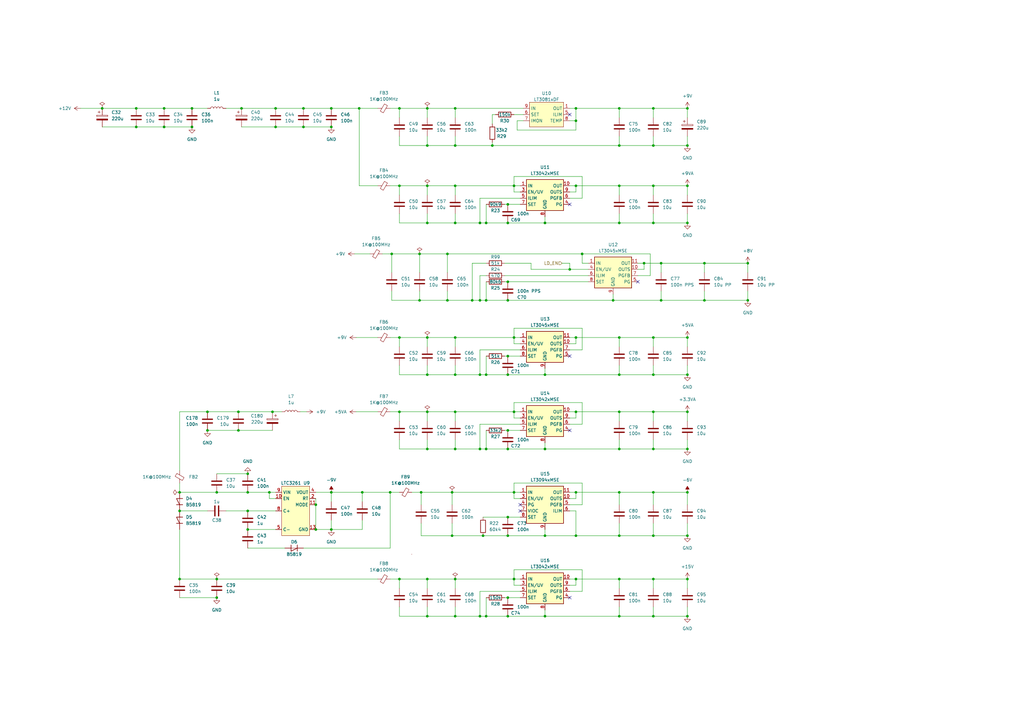
<source format=kicad_sch>
(kicad_sch (version 20230121) (generator eeschema)
  (paper "A3")
  (title_block (title "Kirdy") (date "2022-07-03") (rev "r0.1") (company "M-Labs") (comment 1 "Alex Wong Tat Hang"))
  (junction (at 175.26 237.49))
  (junction (at 223.52 184.15))
  (junction (at 236.22 76.2))
  (junction (at 210.82 201.93))
  (junction (at 78.74 44.45))
  (junction (at 210.82 76.2))
  (junction (at 236.22 168.91))
  (junction (at 185.42 219.71))
  (junction (at 101.6 217.17))
  (junction (at 254 184.15))
  (junction (at 208.28 245.11))
  (junction (at 185.42 201.93))
  (junction (at 208.28 176.53))
  (junction (at 135.89 217.17))
  (junction (at 147.32 44.45))
  (junction (at 193.675 123.19))
  (junction (at 210.82 138.43))
  (junction (at 254 91.44))
  (junction (at 236.22 49.53))
  (junction (at 208.28 252.73))
  (junction (at 196.85 184.15))
  (junction (at 88.9 237.49))
  (junction (at 199.39 252.73))
  (junction (at 186.69 138.43))
  (junction (at 208.28 184.15))
  (junction (at 78.74 52.07))
  (junction (at 254 44.45))
  (junction (at 238.76 104.14))
  (junction (at 267.97 76.2))
  (junction (at 199.39 153.67))
  (junction (at 254 237.49))
  (junction (at 111.76 168.91))
  (junction (at 163.83 76.2))
  (junction (at 306.705 107.95))
  (junction (at 99.06 44.45))
  (junction (at 67.31 52.07))
  (junction (at 175.26 59.69))
  (junction (at 267.97 201.93))
  (junction (at 113.03 52.07))
  (junction (at 175.26 153.67))
  (junction (at 175.26 91.44))
  (junction (at 41.91 44.45))
  (junction (at 281.94 138.43))
  (junction (at 267.97 138.43))
  (junction (at 172.085 104.14))
  (junction (at 85.09 168.91))
  (junction (at 196.85 91.44))
  (junction (at 199.39 123.19))
  (junction (at 267.97 252.73))
  (junction (at 281.94 237.49))
  (junction (at 186.69 252.73))
  (junction (at 208.28 123.19))
  (junction (at 254 219.71))
  (junction (at 97.79 168.91))
  (junction (at 148.59 201.93))
  (junction (at 223.52 153.67))
  (junction (at 223.52 91.44))
  (junction (at 236.22 44.45))
  (junction (at 101.6 209.55))
  (junction (at 281.94 76.2))
  (junction (at 281.94 201.93))
  (junction (at 281.94 168.91))
  (junction (at 183.515 104.14))
  (junction (at 306.705 123.19))
  (junction (at 281.94 44.45))
  (junction (at 186.69 237.49))
  (junction (at 186.69 184.15))
  (junction (at 163.83 168.91))
  (junction (at 236.22 219.71))
  (junction (at 254 168.91))
  (junction (at 281.94 252.73))
  (junction (at 251.46 123.19))
  (junction (at 186.69 76.2))
  (junction (at 198.12 219.71))
  (junction (at 281.94 184.15))
  (junction (at 267.97 44.45))
  (junction (at 135.89 201.93))
  (junction (at 233.68 110.49))
  (junction (at 186.69 91.44))
  (junction (at 267.97 168.91))
  (junction (at 175.26 168.91))
  (junction (at 281.94 219.71))
  (junction (at 160.02 201.93))
  (junction (at 186.69 59.69))
  (junction (at 208.28 83.82))
  (junction (at 135.89 52.07))
  (junction (at 236.22 201.93))
  (junction (at 113.03 44.45))
  (junction (at 254 153.67))
  (junction (at 254 138.43))
  (junction (at 210.82 168.91))
  (junction (at 281.94 91.44))
  (junction (at 254 59.69))
  (junction (at 267.97 184.15))
  (junction (at 288.925 123.19))
  (junction (at 254 76.2))
  (junction (at 101.6 201.93))
  (junction (at 163.83 138.43))
  (junction (at 183.515 123.19))
  (junction (at 175.26 252.73))
  (junction (at 135.89 44.45))
  (junction (at 196.85 123.19))
  (junction (at 208.28 91.44))
  (junction (at 172.72 201.93))
  (junction (at 208.28 153.67))
  (junction (at 73.66 209.55))
  (junction (at 201.93 59.69))
  (junction (at 267.97 237.49))
  (junction (at 208.28 212.09))
  (junction (at 196.85 252.73))
  (junction (at 124.46 52.07))
  (junction (at 175.26 184.15))
  (junction (at 160.655 104.14))
  (junction (at 186.69 153.67))
  (junction (at 88.9 201.93))
  (junction (at 254 201.93))
  (junction (at 85.09 176.53))
  (junction (at 110.49 201.93))
  (junction (at 208.28 115.57))
  (junction (at 264.16 107.95))
  (junction (at 267.97 219.71))
  (junction (at 208.28 146.05))
  (junction (at 223.52 252.73))
  (junction (at 73.66 201.93))
  (junction (at 172.085 123.19))
  (junction (at 281.94 59.69))
  (junction (at 97.79 176.53))
  (junction (at 267.97 59.69))
  (junction (at 55.88 52.07))
  (junction (at 236.22 237.49))
  (junction (at 281.94 153.67))
  (junction (at 223.52 219.71))
  (junction (at 208.28 219.71))
  (junction (at 288.925 107.95))
  (junction (at 175.26 76.2))
  (junction (at 175.26 138.43))
  (junction (at 163.83 44.45))
  (junction (at 199.39 184.15))
  (junction (at 101.6 194.31))
  (junction (at 88.9 245.11))
  (junction (at 267.97 91.44))
  (junction (at 271.145 123.19))
  (junction (at 175.26 44.45))
  (junction (at 210.82 237.49))
  (junction (at 254 252.73))
  (junction (at 73.66 237.49))
  (junction (at 163.83 237.49))
  (junction (at 186.69 168.91))
  (junction (at 129.54 207.01))
  (junction (at 67.31 44.45))
  (junction (at 267.97 153.67))
  (junction (at 124.46 44.45))
  (junction (at 55.88 44.45))
  (junction (at 186.69 44.45))
  (junction (at 271.145 107.95))
  (junction (at 129.54 217.17))
  (junction (at 236.22 138.43))
  (junction (at 199.39 91.44))
  (junction (at 196.85 153.67))
  (no_connect (at 233.68 176.53))
  (no_connect (at 233.68 245.11))
  (no_connect (at 261.62 115.57))
  (no_connect (at 233.68 46.99))
  (no_connect (at 213.36 209.55))
  (no_connect (at 213.36 207.01))
  (no_connect (at 233.68 83.82))
  (no_connect (at 233.68 146.05))
  (wire (pts (xy 88.9 201.93) (xy 101.6 201.93)))
  (wire (pts (xy 207.01 176.53) (xy 208.28 176.53)))
  (wire (pts (xy 267.97 214.63) (xy 267.97 219.71)))
  (wire (pts (xy 267.97 153.67) (xy 267.97 149.86)))
  (wire (pts (xy 196.85 81.28) (xy 196.85 91.44)))
  (wire (pts (xy 175.26 241.3) (xy 175.26 237.49)))
  (wire (pts (xy 160.02 237.49) (xy 163.83 237.49)))
  (wire (pts (xy 254 237.49) (xy 254 241.3)))
  (wire (pts (xy 233.68 140.97) (xy 236.22 140.97)))
  (wire (pts (xy 148.59 201.93) (xy 148.59 205.74)))
  (wire (pts (xy 281.94 252.73) (xy 281.94 248.92)))
  (wire (pts (xy 271.145 107.95) (xy 271.145 111.76)))
  (wire (pts (xy 135.89 213.36) (xy 135.89 217.17)))
  (wire (pts (xy 163.83 252.73) (xy 163.83 248.92)))
  (wire (pts (xy 208.28 176.53) (xy 213.36 176.53)))
  (wire (pts (xy 124.46 44.45) (xy 135.89 44.45)))
  (wire (pts (xy 135.89 217.17) (xy 129.54 217.17)))
  (wire (pts (xy 201.93 58.42) (xy 201.93 59.69)))
  (wire (pts (xy 196.85 91.44) (xy 199.39 91.44)))
  (wire (pts (xy 288.925 107.95) (xy 288.925 111.76)))
  (wire (pts (xy 267.97 252.73) (xy 281.94 252.73)))
  (wire (pts (xy 156.845 104.14) (xy 160.655 104.14)))
  (wire (pts (xy 186.69 172.72) (xy 186.69 168.91)))
  (wire (pts (xy 196.85 113.03) (xy 199.39 113.03)))
  (wire (pts (xy 236.22 219.71) (xy 223.52 219.71)))
  (wire (pts (xy 172.085 123.19) (xy 183.515 123.19)))
  (wire (pts (xy 175.26 252.73) (xy 175.26 248.92)))
  (wire (pts (xy 183.515 123.19) (xy 193.675 123.19)))
  (wire (pts (xy 185.42 219.71) (xy 198.12 219.71)))
  (wire (pts (xy 201.93 50.8) (xy 201.93 46.99)))
  (wire (pts (xy 267.97 153.67) (xy 281.94 153.67)))
  (wire (pts (xy 85.09 176.53) (xy 97.79 176.53)))
  (wire (pts (xy 207.01 115.57) (xy 208.28 115.57)))
  (wire (pts (xy 172.085 123.19) (xy 172.085 119.38)))
  (wire (pts (xy 210.82 76.2) (xy 213.36 76.2)))
  (wire (pts (xy 85.09 168.91) (xy 97.79 168.91)))
  (wire (pts (xy 163.83 59.69) (xy 175.26 59.69)))
  (wire (pts (xy 210.82 237.49) (xy 213.36 237.49)))
  (wire (pts (xy 254 219.71) (xy 254 214.63)))
  (wire (pts (xy 199.39 184.15) (xy 208.28 184.15)))
  (wire (pts (xy 129.54 201.93) (xy 135.89 201.93)))
  (wire (pts (xy 175.26 142.24) (xy 175.26 138.43)))
  (wire (pts (xy 199.39 252.73) (xy 208.28 252.73)))
  (wire (pts (xy 186.69 80.01) (xy 186.69 76.2)))
  (wire (pts (xy 199.39 245.11) (xy 199.39 252.73)))
  (wire (pts (xy 172.72 214.63) (xy 172.72 219.71)))
  (wire (pts (xy 92.71 209.55) (xy 101.6 209.55)))
  (wire (pts (xy 183.515 104.14) (xy 238.76 104.14)))
  (wire (pts (xy 208.28 184.15) (xy 223.52 184.15)))
  (wire (pts (xy 175.26 184.15) (xy 186.69 184.15)))
  (wire (pts (xy 208.28 91.44) (xy 223.52 91.44)))
  (wire (pts (xy 213.36 204.47) (xy 210.82 204.47)))
  (wire (pts (xy 135.89 44.45) (xy 147.32 44.45)))
  (wire (pts (xy 254 219.71) (xy 267.97 219.71)))
  (wire (pts (xy 208.28 115.57) (xy 241.3 115.57)))
  (wire (pts (xy 163.83 252.73) (xy 175.26 252.73)))
  (wire (pts (xy 185.42 201.93) (xy 210.82 201.93)))
  (wire (pts (xy 186.69 168.91) (xy 210.82 168.91)))
  (wire (pts (xy 199.39 115.57) (xy 199.39 123.19)))
  (wire (pts (xy 175.26 76.2) (xy 186.69 76.2)))
  (wire (pts (xy 186.69 91.44) (xy 186.69 87.63)))
  (wire (pts (xy 199.39 146.05) (xy 199.39 153.67)))
  (wire (pts (xy 254 153.67) (xy 254 149.86)))
  (wire (pts (xy 238.76 134.62) (xy 210.82 134.62)))
  (wire (pts (xy 199.39 153.67) (xy 208.28 153.67)))
  (wire (pts (xy 172.72 219.71) (xy 185.42 219.71)))
  (wire (pts (xy 223.52 91.44) (xy 254 91.44)))
  (wire (pts (xy 236.22 240.03) (xy 236.22 237.49)))
  (wire (pts (xy 101.6 224.79) (xy 116.84 224.79)))
  (wire (pts (xy 198.12 219.71) (xy 208.28 219.71)))
  (wire (pts (xy 254 184.15) (xy 254 180.34)))
  (wire (pts (xy 210.82 140.97) (xy 210.82 138.43)))
  (wire (pts (xy 55.88 52.07) (xy 67.31 52.07)))
  (wire (pts (xy 196.85 81.28) (xy 213.36 81.28)))
  (wire (pts (xy 267.97 59.69) (xy 254 59.69)))
  (wire (pts (xy 212.09 49.53) (xy 214.63 49.53)))
  (wire (pts (xy 271.145 107.95) (xy 288.925 107.95)))
  (wire (pts (xy 267.97 91.44) (xy 267.97 87.63)))
  (wire (pts (xy 223.52 250.19) (xy 223.52 252.73)))
  (wire (pts (xy 271.145 123.19) (xy 271.145 119.38)))
  (wire (pts (xy 254 201.93) (xy 267.97 201.93)))
  (wire (pts (xy 186.69 44.45) (xy 214.63 44.45)))
  (wire (pts (xy 196.85 173.99) (xy 213.36 173.99)))
  (wire (pts (xy 175.26 184.15) (xy 175.26 180.34)))
  (wire (pts (xy 261.62 113.03) (xy 266.7 113.03)))
  (wire (pts (xy 238.76 107.95) (xy 241.3 107.95)))
  (wire (pts (xy 186.69 241.3) (xy 186.69 237.49)))
  (wire (pts (xy 254 237.49) (xy 267.97 237.49)))
  (wire (pts (xy 146.05 168.91) (xy 154.94 168.91)))
  (wire (pts (xy 236.22 237.49) (xy 254 237.49)))
  (wire (pts (xy 210.82 201.93) (xy 213.36 201.93)))
  (wire (pts (xy 236.22 44.45) (xy 236.22 49.53)))
  (wire (pts (xy 207.01 245.11) (xy 208.28 245.11)))
  (wire (pts (xy 210.82 78.74) (xy 210.82 76.2)))
  (wire (pts (xy 196.85 252.73) (xy 199.39 252.73)))
  (wire (pts (xy 186.69 153.67) (xy 196.85 153.67)))
  (wire (pts (xy 236.22 219.71) (xy 254 219.71)))
  (wire (pts (xy 210.82 138.43) (xy 213.36 138.43)))
  (wire (pts (xy 73.66 198.12) (xy 73.66 201.93)))
  (wire (pts (xy 238.76 173.99) (xy 238.76 165.1)))
  (wire (pts (xy 175.26 172.72) (xy 175.26 168.91)))
  (wire (pts (xy 113.03 52.07) (xy 124.46 52.07)))
  (wire (pts (xy 73.66 237.49) (xy 73.66 217.17)))
  (wire (pts (xy 238.76 165.1) (xy 210.82 165.1)))
  (wire (pts (xy 208.28 123.19) (xy 251.46 123.19)))
  (wire (pts (xy 199.39 107.95) (xy 193.675 107.95)))
  (wire (pts (xy 113.03 44.45) (xy 124.46 44.45)))
  (wire (pts (xy 281.94 76.2) (xy 281.94 80.01)))
  (wire (pts (xy 163.83 172.72) (xy 163.83 168.91)))
  (wire (pts (xy 281.94 184.15) (xy 281.94 180.34)))
  (wire (pts (xy 201.93 46.99) (xy 203.2 46.99)))
  (wire (pts (xy 266.7 104.14) (xy 238.76 104.14)))
  (wire (pts (xy 210.82 240.03) (xy 210.82 237.49)))
  (wire (pts (xy 281.94 168.91) (xy 281.94 172.72)))
  (wire (pts (xy 160.655 104.14) (xy 172.085 104.14)))
  (wire (pts (xy 233.68 143.51) (xy 238.76 143.51)))
  (wire (pts (xy 254 48.26) (xy 254 44.45)))
  (wire (pts (xy 196.85 113.03) (xy 196.85 123.19)))
  (wire (pts (xy 236.22 201.93) (xy 254 201.93)))
  (wire (pts (xy 73.66 237.49) (xy 88.9 237.49)))
  (wire (pts (xy 175.26 168.91) (xy 186.69 168.91)))
  (wire (pts (xy 233.68 240.03) (xy 236.22 240.03)))
  (wire (pts (xy 201.93 59.69) (xy 254 59.69)))
  (wire (pts (xy 175.26 44.45) (xy 186.69 44.45)))
  (wire (pts (xy 160.02 44.45) (xy 163.83 44.45)))
  (wire (pts (xy 124.46 52.07) (xy 135.89 52.07)))
  (wire (pts (xy 236.22 138.43) (xy 254 138.43)))
  (wire (pts (xy 110.49 201.93) (xy 113.03 201.93)))
  (wire (pts (xy 233.68 173.99) (xy 238.76 173.99)))
  (wire (pts (xy 217.805 107.95) (xy 217.805 110.49)))
  (wire (pts (xy 210.82 134.62) (xy 210.82 138.43)))
  (wire (pts (xy 267.97 76.2) (xy 267.97 80.01)))
  (wire (pts (xy 267.97 138.43) (xy 281.94 138.43)))
  (wire (pts (xy 254 44.45) (xy 267.97 44.45)))
  (wire (pts (xy 254 91.44) (xy 267.97 91.44)))
  (wire (pts (xy 288.925 123.19) (xy 288.925 119.38)))
  (wire (pts (xy 266.7 113.03) (xy 266.7 104.14)))
  (wire (pts (xy 223.52 151.13) (xy 223.52 153.67)))
  (wire (pts (xy 233.68 110.49) (xy 241.3 110.49)))
  (wire (pts (xy 233.68 138.43) (xy 236.22 138.43)))
  (wire (pts (xy 163.83 59.69) (xy 163.83 55.88)))
  (wire (pts (xy 233.68 81.28) (xy 238.76 81.28)))
  (wire (pts (xy 196.85 153.67) (xy 199.39 153.67)))
  (wire (pts (xy 160.655 123.19) (xy 172.085 123.19)))
  (wire (pts (xy 223.52 181.61) (xy 223.52 184.15)))
  (wire (pts (xy 113.03 204.47) (xy 110.49 204.47)))
  (wire (pts (xy 73.66 245.11) (xy 88.9 245.11)))
  (wire (pts (xy 186.69 59.69) (xy 201.93 59.69)))
  (wire (pts (xy 186.69 153.67) (xy 186.69 149.86)))
  (wire (pts (xy 183.515 123.19) (xy 183.515 119.38)))
  (wire (pts (xy 233.68 76.2) (xy 236.22 76.2)))
  (wire (pts (xy 185.42 214.63) (xy 185.42 219.71)))
  (wire (pts (xy 208.28 252.73) (xy 223.52 252.73)))
  (wire (pts (xy 175.26 252.73) (xy 186.69 252.73)))
  (wire (pts (xy 168.91 201.93) (xy 172.72 201.93)))
  (wire (pts (xy 186.69 48.26) (xy 186.69 44.45)))
  (wire (pts (xy 135.89 201.93) (xy 148.59 201.93)))
  (wire (pts (xy 115.57 168.91) (xy 111.76 168.91)))
  (wire (pts (xy 123.19 168.91) (xy 125.73 168.91)))
  (wire (pts (xy 267.97 44.45) (xy 281.94 44.45)))
  (wire (pts (xy 199.39 176.53) (xy 199.39 184.15)))
  (wire (pts (xy 254 168.91) (xy 254 172.72)))
  (wire (pts (xy 254 201.93) (xy 254 207.01)))
  (wire (pts (xy 185.42 201.93) (xy 185.42 207.01)))
  (wire (pts (xy 135.89 201.93) (xy 135.89 205.74)))
  (wire (pts (xy 213.36 78.74) (xy 210.82 78.74)))
  (wire (pts (xy 267.97 48.26) (xy 267.97 44.45)))
  (wire (pts (xy 163.83 237.49) (xy 175.26 237.49)))
  (wire (pts (xy 196.85 143.51) (xy 213.36 143.51)))
  (wire (pts (xy 186.69 252.73) (xy 186.69 248.92)))
  (wire (pts (xy 175.26 153.67) (xy 175.26 149.86)))
  (wire (pts (xy 233.68 168.91) (xy 236.22 168.91)))
  (wire (pts (xy 212.09 49.53) (xy 212.09 53.34)))
  (wire (pts (xy 186.69 138.43) (xy 210.82 138.43)))
  (wire (pts (xy 236.22 49.53) (xy 233.68 49.53)))
  (wire (pts (xy 271.145 123.19) (xy 288.925 123.19)))
  (wire (pts (xy 233.68 171.45) (xy 236.22 171.45)))
  (wire (pts (xy 254 91.44) (xy 254 87.63)))
  (wire (pts (xy 238.76 81.28) (xy 238.76 72.39)))
  (wire (pts (xy 213.36 240.03) (xy 210.82 240.03)))
  (wire (pts (xy 236.22 209.55) (xy 236.22 219.71)))
  (wire (pts (xy 163.83 80.01) (xy 163.83 76.2)))
  (wire (pts (xy 254 153.67) (xy 267.97 153.67)))
  (wire (pts (xy 101.6 217.17) (xy 113.03 217.17)))
  (wire (pts (xy 163.83 241.3) (xy 163.83 237.49)))
  (wire (pts (xy 233.68 242.57) (xy 238.76 242.57)))
  (wire (pts (xy 236.22 168.91) (xy 254 168.91)))
  (wire (pts (xy 223.52 219.71) (xy 223.52 217.17)))
  (wire (pts (xy 160.02 224.79) (xy 160.02 201.93)))
  (wire (pts (xy 163.83 48.26) (xy 163.83 44.45)))
  (wire (pts (xy 236.22 53.34) (xy 236.22 49.53)))
  (wire (pts (xy 78.74 44.45) (xy 85.09 44.45)))
  (wire (pts (xy 267.97 201.93) (xy 281.94 201.93)))
  (wire (pts (xy 148.59 217.17) (xy 135.89 217.17)))
  (wire (pts (xy 92.71 44.45) (xy 99.06 44.45)))
  (wire (pts (xy 281.94 44.45) (xy 281.94 48.26)))
  (wire (pts (xy 175.26 48.26) (xy 175.26 44.45)))
  (wire (pts (xy 163.83 153.67) (xy 175.26 153.67)))
  (wire (pts (xy 175.26 153.67) (xy 186.69 153.67)))
  (wire (pts (xy 160.02 201.93) (xy 163.83 201.93)))
  (wire (pts (xy 267.97 237.49) (xy 281.94 237.49)))
  (wire (pts (xy 172.085 111.76) (xy 172.085 104.14)))
  (wire (pts (xy 207.01 107.95) (xy 217.805 107.95)))
  (wire (pts (xy 110.49 204.47) (xy 110.49 201.93)))
  (wire (pts (xy 175.26 59.69) (xy 175.26 55.88)))
  (wire (pts (xy 210.82 168.91) (xy 213.36 168.91)))
  (wire (pts (xy 267.97 201.93) (xy 267.97 207.01)))
  (wire (pts (xy 198.12 212.09) (xy 208.28 212.09)))
  (wire (pts (xy 254 252.73) (xy 254 248.92)))
  (wire (pts (xy 233.68 78.74) (xy 236.22 78.74)))
  (wire (pts (xy 172.72 201.93) (xy 172.72 207.01)))
  (wire (pts (xy 33.02 44.45) (xy 41.91 44.45)))
  (wire (pts (xy 238.76 72.39) (xy 210.82 72.39)))
  (wire (pts (xy 199.39 123.19) (xy 208.28 123.19)))
  (wire (pts (xy 254 252.73) (xy 267.97 252.73)))
  (wire (pts (xy 264.16 107.95) (xy 271.145 107.95)))
  (wire (pts (xy 236.22 140.97) (xy 236.22 138.43)))
  (wire (pts (xy 129.54 207.01) (xy 129.54 217.17)))
  (wire (pts (xy 267.97 252.73) (xy 267.97 248.92)))
  (wire (pts (xy 261.62 110.49) (xy 264.16 110.49)))
  (wire (pts (xy 41.91 44.45) (xy 55.88 44.45)))
  (wire (pts (xy 186.69 59.69) (xy 186.69 55.88)))
  (wire (pts (xy 163.83 76.2) (xy 175.26 76.2)))
  (wire (pts (xy 154.94 76.2) (xy 147.32 76.2)))
  (wire (pts (xy 254 55.88) (xy 254 59.69)))
  (wire (pts (xy 163.83 153.67) (xy 163.83 149.86)))
  (wire (pts (xy 288.925 123.19) (xy 306.705 123.19)))
  (wire (pts (xy 172.085 104.14) (xy 183.515 104.14)))
  (wire (pts (xy 196.85 242.57) (xy 196.85 252.73)))
  (wire (pts (xy 267.97 91.44) (xy 281.94 91.44)))
  (wire (pts (xy 73.66 209.55) (xy 85.09 209.55)))
  (wire (pts (xy 186.69 237.49) (xy 210.82 237.49)))
  (wire (pts (xy 101.6 201.93) (xy 110.49 201.93)))
  (wire (pts (xy 99.06 44.45) (xy 113.03 44.45)))
  (wire (pts (xy 186.69 184.15) (xy 186.69 180.34)))
  (wire (pts (xy 264.16 110.49) (xy 264.16 107.95)))
  (wire (pts (xy 73.66 168.91) (xy 73.66 193.04)))
  (wire (pts (xy 210.82 46.99) (xy 214.63 46.99)))
  (wire (pts (xy 147.32 44.45) (xy 147.32 76.2)))
  (wire (pts (xy 145.415 104.14) (xy 151.765 104.14)))
  (wire (pts (xy 175.26 91.44) (xy 186.69 91.44)))
  (wire (pts (xy 261.62 107.95) (xy 264.16 107.95)))
  (wire (pts (xy 210.82 72.39) (xy 210.82 76.2)))
  (wire (pts (xy 254 76.2) (xy 267.97 76.2)))
  (wire (pts (xy 233.68 237.49) (xy 236.22 237.49)))
  (wire (pts (xy 193.675 123.19) (xy 196.85 123.19)))
  (wire (pts (xy 196.85 123.19) (xy 199.39 123.19)))
  (wire (pts (xy 238.76 198.12) (xy 210.82 198.12)))
  (wire (pts (xy 233.68 44.45) (xy 236.22 44.45)))
  (wire (pts (xy 146.05 138.43) (xy 154.94 138.43)))
  (wire (pts (xy 196.85 143.51) (xy 196.85 153.67)))
  (wire (pts (xy 281.94 91.44) (xy 281.94 87.63)))
  (wire (pts (xy 41.91 52.07) (xy 55.88 52.07)))
  (wire (pts (xy 196.85 173.99) (xy 196.85 184.15)))
  (wire (pts (xy 281.94 138.43) (xy 281.94 142.24)))
  (wire (pts (xy 281.94 153.67) (xy 281.94 149.86)))
  (wire (pts (xy 233.68 204.47) (xy 236.22 204.47)))
  (wire (pts (xy 199.39 91.44) (xy 208.28 91.44)))
  (wire (pts (xy 230.505 107.95) (xy 233.68 107.95)))
  (wire (pts (xy 238.76 207.01) (xy 238.76 198.12)))
  (wire (pts (xy 163.83 168.91) (xy 175.26 168.91)))
  (wire (pts (xy 236.22 78.74) (xy 236.22 76.2)))
  (wire (pts (xy 207.01 146.05) (xy 208.28 146.05)))
  (wire (pts (xy 196.85 184.15) (xy 199.39 184.15)))
  (wire (pts (xy 233.68 107.95) (xy 233.68 110.49)))
  (wire (pts (xy 212.09 53.34) (xy 236.22 53.34)))
  (wire (pts (xy 196.85 242.57) (xy 213.36 242.57)))
  (wire (pts (xy 208.28 153.67) (xy 223.52 153.67)))
  (wire (pts (xy 210.82 171.45) (xy 210.82 168.91)))
  (wire (pts (xy 186.69 76.2) (xy 210.82 76.2)))
  (wire (pts (xy 210.82 198.12) (xy 210.82 201.93)))
  (wire (pts (xy 147.32 44.45) (xy 154.94 44.45)))
  (wire (pts (xy 213.36 140.97) (xy 210.82 140.97)))
  (wire (pts (xy 238.76 242.57) (xy 238.76 233.68)))
  (wire (pts (xy 88.9 194.31) (xy 101.6 194.31)))
  (wire (pts (xy 306.705 123.19) (xy 306.705 119.38)))
  (wire (pts (xy 267.97 168.91) (xy 267.97 172.72)))
  (wire (pts (xy 267.97 76.2) (xy 281.94 76.2)))
  (wire (pts (xy 186.69 142.24) (xy 186.69 138.43)))
  (wire (pts (xy 281.94 55.88) (xy 281.94 59.69)))
  (wire (pts (xy 67.31 52.07) (xy 78.74 52.07)))
  (wire (pts (xy 210.82 204.47) (xy 210.82 201.93)))
  (wire (pts (xy 238.76 233.68) (xy 210.82 233.68)))
  (wire (pts (xy 254 138.43) (xy 267.97 138.43)))
  (wire (pts (xy 251.46 120.65) (xy 251.46 123.19)))
  (wire (pts (xy 267.97 219.71) (xy 281.94 219.71)))
  (wire (pts (xy 208.28 245.11) (xy 213.36 245.11)))
  (wire (pts (xy 223.52 88.9) (xy 223.52 91.44)))
  (wire (pts (xy 73.66 168.91) (xy 85.09 168.91)))
  (wire (pts (xy 267.97 237.49) (xy 267.97 241.3)))
  (wire (pts (xy 254 184.15) (xy 267.97 184.15)))
  (wire (pts (xy 236.22 171.45) (xy 236.22 168.91)))
  (wire (pts (xy 210.82 233.68) (xy 210.82 237.49)))
  (wire (pts (xy 160.655 111.76) (xy 160.655 104.14)))
  (wire (pts (xy 55.88 44.45) (xy 67.31 44.45)))
  (wire (pts (xy 199.39 83.82) (xy 199.39 91.44)))
  (wire (pts (xy 160.02 168.91) (xy 163.83 168.91)))
  (wire (pts (xy 124.46 224.79) (xy 160.02 224.79)))
  (wire (pts (xy 254 138.43) (xy 254 142.24)))
  (wire (pts (xy 208.28 212.09) (xy 213.36 212.09)))
  (wire (pts (xy 210.82 165.1) (xy 210.82 168.91)))
  (wire (pts (xy 288.925 107.95) (xy 306.705 107.95)))
  (wire (pts (xy 160.02 76.2) (xy 163.83 76.2)))
  (wire (pts (xy 160.655 123.19) (xy 160.655 119.38)))
  (wire (pts (xy 67.31 44.45) (xy 78.74 44.45)))
  (wire (pts (xy 175.26 59.69) (xy 186.69 59.69)))
  (wire (pts (xy 163.83 184.15) (xy 175.26 184.15)))
  (wire (pts (xy 208.28 146.05) (xy 213.36 146.05)))
  (wire (pts (xy 175.26 237.49) (xy 186.69 237.49)))
  (wire (pts (xy 254 168.91) (xy 267.97 168.91)))
  (wire (pts (xy 111.76 168.91) (xy 97.79 168.91)))
  (wire (pts (xy 183.515 111.76) (xy 183.515 104.14)))
  (wire (pts (xy 160.02 201.93) (xy 148.59 201.93)))
  (wire (pts (xy 172.72 201.93) (xy 185.42 201.93)))
  (wire (pts (xy 175.26 91.44) (xy 175.26 87.63)))
  (wire (pts (xy 281.94 201.93) (xy 281.94 207.01)))
  (wire (pts (xy 99.06 52.07) (xy 113.03 52.07)))
  (wire (pts (xy 101.6 209.55) (xy 113.03 209.55)))
  (wire (pts (xy 223.52 153.67) (xy 254 153.67)))
  (wire (pts (xy 238.76 143.51) (xy 238.76 134.62)))
  (wire (pts (xy 73.66 201.93) (xy 88.9 201.93)))
  (wire (pts (xy 175.26 138.43) (xy 186.69 138.43)))
  (wire (pts (xy 267.97 168.91) (xy 281.94 168.91)))
  (wire (pts (xy 233.68 207.01) (xy 238.76 207.01)))
  (wire (pts (xy 163.83 91.44) (xy 175.26 91.44)))
  (wire (pts (xy 236.22 76.2) (xy 254 76.2)))
  (wire (pts (xy 236.22 204.47) (xy 236.22 201.93)))
  (wire (pts (xy 193.675 107.95) (xy 193.675 123.19)))
  (wire (pts (xy 236.22 44.45) (xy 254 44.45)))
  (wire (pts (xy 160.02 138.43) (xy 163.83 138.43)))
  (wire (pts (xy 208.28 219.71) (xy 223.52 219.71)))
  (wire (pts (xy 236.22 209.55) (xy 233.68 209.55)))
  (wire (pts (xy 111.76 176.53) (xy 97.79 176.53)))
  (wire (pts (xy 186.69 184.15) (xy 196.85 184.15)))
  (wire (pts (xy 267.97 184.15) (xy 267.97 180.34)))
  (wire (pts (xy 207.01 83.82) (xy 208.28 83.82)))
  (wire (pts (xy 267.97 138.43) (xy 267.97 142.24)))
  (wire (pts (xy 217.805 110.49) (xy 233.68 110.49)))
  (wire (pts (xy 213.36 171.45) (xy 210.82 171.45)))
  (wire (pts (xy 233.68 201.93) (xy 236.22 201.93)))
  (wire (pts (xy 254 76.2) (xy 254 80.01)))
  (wire (pts (xy 251.46 123.19) (xy 271.145 123.19)))
  (wire (pts (xy 163.83 44.45) (xy 175.26 44.45)))
  (wire (pts (xy 223.52 184.15) (xy 254 184.15)))
  (wire (pts (xy 163.83 138.43) (xy 175.26 138.43)))
  (wire (pts (xy 208.28 83.82) (xy 213.36 83.82)))
  (wire (pts (xy 186.69 91.44) (xy 196.85 91.44)))
  (wire (pts (xy 163.83 91.44) (xy 163.83 87.63)))
  (wire (pts (xy 306.705 107.95) (xy 306.705 111.76)))
  (wire (pts (xy 281.94 237.49) (xy 281.94 241.3)))
  (wire (pts (xy 148.59 213.36) (xy 148.59 217.17)))
  (wire (pts (xy 267.97 55.88) (xy 267.97 59.69)))
  (wire (pts (xy 129.54 204.47) (xy 129.54 207.01)))
  (wire (pts (xy 267.97 59.69) (xy 281.94 59.69)))
  (wire (pts (xy 223.52 252.73) (xy 254 252.73)))
  (wire (pts (xy 186.69 252.73) (xy 196.85 252.73)))
  (wire (pts (xy 267.97 184.15) (xy 281.94 184.15)))
  (wire (pts (xy 238.76 104.14) (xy 238.76 107.95)))
  (wire (pts (xy 281.94 214.63) (xy 281.94 219.71)))
  (wire (pts (xy 175.26 80.01) (xy 175.26 76.2)))
  (wire (pts (xy 163.83 184.15) (xy 163.83 180.34)))
  (wire (pts (xy 88.9 237.49) (xy 154.94 237.49)))
  (wire (pts (xy 207.01 113.03) (xy 241.3 113.03)))
  (wire (pts (xy 163.83 142.24) (xy 163.83 138.43)))
  (hierarchical_label "LD_EN" (shape input) (at 230.505 107.95 180))
  (symbol (lib_id "Device:R") (at 198.12 215.9 0) (unit 1)
    (property "Reference" "R22" (at 200.66 214.6299 0) (effects (justify left)))
    (property "Value" "60k4" (at 200.66 217.1699 0) (effects (justify left)))
    (property "Footprint" "Resistor_SMD:R_0603_1608Metric" (effects hide))
    (property "MFR_PN" "RT0603FRE0760K4L" (effects hide))
    (property "MFR_PN_ALT" "RC0603FR-0760K4L" (effects hide))
  )
  (symbol (lib_id "Device:C") (at 85.09 172.72 0) (mirror y) (unit 1)
    (property "Reference" "C178" (at 81.28 171.4499 0) (effects (justify left)))
    (property "Value" "100n" (at 81.28 173.9899 0) (effects (justify left)))
    (property "Footprint" "Capacitor_SMD:C_0603_1608Metric" (effects hide))
    (property "MFR_PN" "CL10B104KB8NNWC" (effects hide))
    (property "MFR_PN_ALT" "CL10B104KB8NNNL" (effects hide))
  )
  (symbol (lib_id "Device:C") (at 254 83.82 0) (unit 1)
    (property "Reference" "C76" (at 257.81 82.5499 0) (effects (justify left)))
    (property "Value" "100n" (at 257.81 85.0899 0) (effects (justify left)))
    (property "Footprint" "Capacitor_SMD:C_0603_1608Metric" (effects hide))
    (property "MFR_PN" "CL10B104KB8NNWC" (effects hide))
    (property "MFR_PN_ALT" "CL10B104KB8NNNL" (effects hide))
  )
  (symbol (lib_id "power:+5VA") (at 281.94 138.43 0) (unit 1)
    (property "Reference" "#PWR074" (effects hide))
    (property "Value" "+5VA" (at 281.94 133.35 0))
  )
  (symbol (lib_id "Device:C") (at 101.6 213.36 0) (unit 1)
    (property "Reference" "C42" (at 105.41 212.0899 0) (effects (justify left)))
    (property "Value" "1u" (at 105.41 214.6299 0) (effects (justify left)))
    (property "Footprint" "Capacitor_SMD:C_0603_1608Metric" (effects hide))
    (property "MFR_PN" "CL10B105KA8NNNC" (effects hide))
    (property "MFR_PN_ALT" "CGA3E1X7R1E105K080AC" (effects hide))
  )
  (symbol (lib_id "power:PWR_FLAG") (at 175.26 76.2 0) (unit 1)
    (property "Reference" "#FLG0106" (effects hide))
    (property "Value" "PWR_FLAG" (effects hide))
  )
  (symbol (lib_id "Device:C") (at 148.59 209.55 0) (unit 1)
    (property "Reference" "C48" (at 152.4 208.2799 0) (effects (justify left)))
    (property "Value" "10u" (at 152.4 210.8199 0) (effects (justify left)))
    (property "Footprint" "Capacitor_SMD:C_0805_2012Metric" (effects hide))
    (property "MFR_PN" "CL21B106KOQNNNG" (effects hide))
    (property "MFR_PN_ALT" "CL21B106KOQNNNE" (effects hide))
  )
  (symbol (lib_id "Device:R") (at 203.2 83.82 90) (unit 1)
    (property "Reference" "R23" (at 203.2 86.36 90))
    (property "Value" "90k9" (at 203.2 83.82 90))
    (property "Footprint" "Resistor_SMD:R_0603_1608Metric" (effects hide))
    (property "MFR_PN" "RT0603FRE0790K9L" (effects hide))
    (property "MFR_PN_ALT" "RK73H1JTTD9091F" (effects hide))
  )
  (symbol (lib_id "Device:R") (at 203.2 245.11 90) (unit 1)
    (property "Reference" "R28" (at 203.2 247.65 90))
    (property "Value" "150k" (at 203.2 245.11 90))
    (property "Footprint" "Resistor_SMD:R_0603_1608Metric" (effects hide))
    (property "MFR_PN" "CRGCQ0603F150K" (effects hide))
    (property "MFR_PN_ALT" "RMCF0603FG150K" (effects hide))
  )
  (symbol (lib_id "Device:C") (at 281.94 210.82 0) (unit 1)
    (property "Reference" "C94" (at 285.75 209.5499 0) (effects (justify left)))
    (property "Value" "10u" (at 285.75 212.0899 0) (effects (justify left)))
    (property "Footprint" "Capacitor_SMD:C_0805_2012Metric" (effects hide))
    (property "MFR_PN" "CL21B106KOQNNNG" (effects hide))
    (property "MFR_PN_ALT" "CL21B106KOQNNNE" (effects hide))
  )
  (symbol (lib_id "Device:C") (at 186.69 83.82 0) (unit 1)
    (property "Reference" "C64" (at 190.5 82.5499 0) (effects (justify left)))
    (property "Value" "100n" (at 190.5 85.0899 0) (effects (justify left)))
    (property "Footprint" "Capacitor_SMD:C_0603_1608Metric" (effects hide))
    (property "MFR_PN" "CL10B104KB8NNWC" (effects hide))
    (property "MFR_PN_ALT" "CL10B104KB8NNNL" (effects hide))
  )
  (symbol (lib_id "Device:C") (at 113.03 48.26 0) (unit 1)
    (property "Reference" "C44" (at 116.84 46.9899 0) (effects (justify left)))
    (property "Value" "10u" (at 116.84 49.5299 0) (effects (justify left)))
    (property "Footprint" "Capacitor_SMD:C_0805_2012Metric" (effects hide))
    (property "MFR_PN" "CL21B106KOQNNNG" (effects hide))
    (property "MFR_PN_ALT" "CL21B106KOQNNNE" (effects hide))
  )
  (symbol (lib_id "power:PWR_FLAG") (at 172.085 104.14 0) (unit 1)
    (property "Reference" "#FLG0108" (effects hide))
    (property "Value" "PWR_FLAG" (effects hide))
  )
  (symbol (lib_id "Device:FerriteBead_Small") (at 73.66 195.58 180) (unit 1)
    (property "Reference" "FB2" (at 77.47 195.58 0) (effects (justify right)))
    (property "Value" "1K@100MHz" (at 58.42 195.58 0) (effects (justify right)))
    (property "Footprint" "Inductor_SMD:L_1210_3225Metric" (effects hide))
    (property "MFR_PN" "FBMH3225HM102NT" (effects hide))
    (property "MFR_PN_ALT" "FBMH3225HM102NTV" (effects hide))
  )
  (symbol (lib_id "Device:C") (at 208.28 180.34 0) (unit 1)
    (property "Reference" "C72" (at 209.55 182.88 0) (effects (justify left)))
    (property "Value" "100n" (at 212.09 180.34 0) (effects (justify left)))
    (property "Footprint" "Capacitor_SMD:C_0603_1608Metric" (effects hide))
    (property "MFR_PN" "CL10B104KB8NNWC" (effects hide))
    (property "MFR_PN_ALT" "CL10B104KB8NNNL" (effects hide))
  )
  (symbol (lib_id "Device:C") (at 183.515 115.57 0) (unit 1)
    (property "Reference" "C65" (at 187.325 114.2999 0) (effects (justify left)))
    (property "Value" "100n" (at 187.325 116.8399 0) (effects (justify left)))
    (property "Footprint" "Capacitor_SMD:C_0603_1608Metric" (effects hide))
    (property "MFR_PN" "CL10B104KB8NNWC" (effects hide))
    (property "MFR_PN_ALT" "CL10B104KB8NNNL" (effects hide))
  )
  (symbol (lib_id "Device:C") (at 175.26 176.53 0) (unit 1)
    (property "Reference" "C60" (at 179.07 175.2599 0) (effects (justify left)))
    (property "Value" "10u" (at 179.07 177.7999 0) (effects (justify left)))
    (property "Footprint" "Capacitor_SMD:C_0805_2012Metric" (effects hide))
    (property "MFR_PN" "CL21B106KOQNNNG" (effects hide))
    (property "MFR_PN_ALT" "CL21B106KOQNNNE" (effects hide))
  )
  (symbol (lib_id "Device:C") (at 254 52.07 0) (unit 1)
    (property "Reference" "C75" (at 257.81 50.7999 0) (effects (justify left)))
    (property "Value" "100n" (at 257.81 53.3399 0) (effects (justify left)))
    (property "Footprint" "Capacitor_SMD:C_0603_1608Metric" (effects hide))
    (property "MFR_PN" "CL10B104KB8NNWC" (effects hide))
    (property "MFR_PN_ALT" "CL10B104KB8NNNL" (effects hide))
  )
  (symbol (lib_id "power:GND") (at 306.705 123.19 0) (unit 1)
    (property "Reference" "#PWR073" (effects hide))
    (property "Value" "GND" (at 306.705 128.27 0))
  )
  (symbol (lib_id "Device:C") (at 267.97 210.82 0) (unit 1)
    (property "Reference" "C87" (at 271.78 209.5499 0) (effects (justify left)))
    (property "Value" "10u" (at 271.78 212.0899 0) (effects (justify left)))
    (property "Footprint" "Capacitor_SMD:C_0805_2012Metric" (effects hide))
    (property "MFR_PN" "CL21B106KOQNNNG" (effects hide))
    (property "MFR_PN_ALT" "CL21B106KOQNNNE" (effects hide))
  )
  (symbol (lib_id "Device:C") (at 175.26 245.11 0) (unit 1)
    (property "Reference" "C61" (at 179.07 243.8399 0) (effects (justify left)))
    (property "Value" "10u" (at 179.07 246.3799 0) (effects (justify left)))
    (property "Footprint" "Capacitor_SMD:C_0805_2012Metric" (effects hide))
    (property "MFR_PN" "CL21B106KOQNNNG" (effects hide))
    (property "MFR_PN_ALT" "CL21B106KOQNNNE" (effects hide))
  )
  (symbol (lib_id "Device:C") (at 186.69 245.11 0) (unit 1)
    (property "Reference" "C68" (at 190.5 243.8399 0) (effects (justify left)))
    (property "Value" "100n" (at 190.5 246.3799 0) (effects (justify left)))
    (property "Footprint" "Capacitor_SMD:C_0603_1608Metric" (effects hide))
    (property "MFR_PN" "CL10B104KB8NNWC" (effects hide))
    (property "MFR_PN_ALT" "CL10B104KB8NNNL" (effects hide))
  )
  (symbol (lib_id "Device:R") (at 203.2 146.05 90) (unit 1)
    (property "Reference" "R26" (at 203.2 148.59 90))
    (property "Value" "51k" (at 203.2 146.05 90))
    (property "Footprint" "Resistor_SMD:R_0603_1608Metric" (effects hide))
    (property "MFR_PN" "RMCF0603FT51K0" (effects hide))
    (property "MFR_PN_ALT" "CR0603-FX-5102ELF" (effects hide))
  )
  (symbol (lib_id "Device:C") (at 175.26 52.07 0) (unit 1)
    (property "Reference" "C56" (at 179.07 50.7999 0) (effects (justify left)))
    (property "Value" "10u" (at 179.07 53.3399 0) (effects (justify left)))
    (property "Footprint" "Capacitor_SMD:C_0805_2012Metric" (effects hide))
    (property "MFR_PN" "CL21B106KOQNNNG" (effects hide))
    (property "MFR_PN_ALT" "CL21B106KOQNNNE" (effects hide))
  )
  (symbol (lib_id "Device:L") (at 88.9 44.45 90) (unit 1)
    (property "Reference" "L1" (at 88.9 38.1 90))
    (property "Value" "1u" (at 88.9 40.64 90))
    (property "Footprint" "Inductor_SMD:L_1008_2520Metric" (effects hide))
    (property "MFR_PN" "DFE252012F-1R0M=P2" (effects hide))
    (property "MFR_PN_ALT" "DFE252012P-1R0M=P2" (effects hide))
  )
  (symbol (lib_id "Device:D_Shockley") (at 73.66 213.36 90) (unit 1)
    (property "Reference" "D5" (at 76.2 212.0899 90) (effects (justify right)))
    (property "Value" "B5819" (at 76.2 214.6299 90) (effects (justify right)))
    (property "Footprint" "Diode_SMD:D_SOD-323" (effects hide))
    (property "MFR_PN" "B5819WS-TP" (effects hide))
  )
  (symbol (lib_id "Device:C_Polarized") (at 281.94 52.07 0) (unit 1)
    (property "Reference" "C89" (at 285.75 49.9109 0) (effects (justify left)))
    (property "Value" "220u" (at 285.75 52.4509 0) (effects (justify left)))
    (property "Footprint" "Capacitor_Tantalum_SMD:CP_EIA-7343-15_Kemet-W" (effects hide))
    (property "MFR_PN" "T491D227K016AT" (effects hide))
    (property "MFR_PN_ALT" "293D227X9016E2TE3" (effects hide))
  )
  (symbol (lib_id "power:-9V") (at 135.89 201.93 0) (unit 1)
    (property "Reference" "#PWR063" (effects hide))
    (property "Value" "-9V" (at 135.89 196.85 0))
  )
  (symbol (lib_id "Device:FerriteBead_Small") (at 154.305 104.14 90) (unit 1)
    (property "Reference" "FB5" (at 154.2669 97.79 90))
    (property "Value" "1K@100MHz" (at 154.2669 100.33 90))
    (property "Footprint" "Inductor_SMD:L_1210_3225Metric" (effects hide))
    (property "MFR_PN" "FBMH3225HM102NT" (effects hide))
    (property "MFR_PN_ALT" "FBMH3225HM102NTV" (effects hide))
  )
  (symbol (lib_id "Device:C") (at 254 210.82 0) (unit 1)
    (property "Reference" "C80" (at 257.81 209.5499 0) (effects (justify left)))
    (property "Value" "100n" (at 257.81 212.0899 0) (effects (justify left)))
    (property "Footprint" "Capacitor_SMD:C_0603_1608Metric" (effects hide))
    (property "MFR_PN" "CL10B104KB8NNWC" (effects hide))
    (property "MFR_PN_ALT" "CL10B104KB8NNNL" (effects hide))
  )
  (symbol (lib_id "power:PWR_FLAG") (at 175.26 138.43 0) (unit 1)
    (property "Reference" "#FLG0109" (effects hide))
    (property "Value" "PWR_FLAG" (effects hide))
  )
  (symbol (lib_id "power:GND") (at 281.94 91.44 0) (unit 1)
    (property "Reference" "#PWR071" (effects hide))
    (property "Value" "GND" (at 281.94 96.52 0))
  )
  (symbol (lib_id "power:+9V") (at 281.94 44.45 0) (unit 1)
    (property "Reference" "#PWR068" (effects hide))
    (property "Value" "+9V" (at 281.94 39.37 0))
  )
  (symbol (lib_id "power:PWR_FLAG") (at 185.42 201.93 0) (unit 1)
    (property "Reference" "#FLG0102" (effects hide))
    (property "Value" "PWR_FLAG" (effects hide))
  )
  (symbol (lib_id "Device:FerriteBead_Small") (at 166.37 201.93 90) (unit 1)
    (property "Reference" "FB9" (at 166.3319 195.58 90))
    (property "Value" "1K@100MHz" (at 166.3319 198.12 90))
    (property "Footprint" "Inductor_SMD:L_1210_3225Metric" (effects hide))
    (property "MFR_PN" "FBMH3225HM102NT" (effects hide))
    (property "MFR_PN_ALT" "FBMH3225HM102NTV" (effects hide))
  )
  (symbol (lib_id "Device:C") (at 208.28 119.38 0) (unit 1)
    (property "Reference" "C70" (at 212.09 121.92 0) (effects (justify left)))
    (property "Value" "100n PPS" (at 212.09 119.38 0) (effects (justify left)))
    (property "Footprint" "Capacitor_SMD:C_1210_3225Metric" (effects hide))
    (property "MFR_PN" "ECH-U1C104JX5" (effects hide))
  )
  (symbol (lib_id "Device:C") (at 281.94 245.11 0) (unit 1)
    (property "Reference" "C95" (at 285.75 243.8399 0) (effects (justify left)))
    (property "Value" "10u" (at 285.75 246.3799 0) (effects (justify left)))
    (property "Footprint" "Capacitor_SMD:C_0805_2012Metric" (effects hide))
    (property "MFR_PN" "CL21B106KOQNNNG" (effects hide))
    (property "MFR_PN_ALT" "CL21B106KOQNNNE" (effects hide))
  )
  (symbol (lib_id "Device:C") (at 135.89 48.26 0) (unit 1)
    (property "Reference" "C46" (at 139.7 46.9899 0) (effects (justify left)))
    (property "Value" "100n" (at 139.7 49.5299 0) (effects (justify left)))
    (property "Footprint" "Capacitor_SMD:C_0603_1608Metric" (effects hide))
    (property "MFR_PN" "CL10B104KB8NNWC" (effects hide))
    (property "MFR_PN_ALT" "CL10B104KB8NNNL" (effects hide))
  )
  (symbol (lib_id "Device:C") (at 271.145 115.57 0) (unit 1)
    (property "Reference" "C77" (at 274.955 114.2999 0) (effects (justify left)))
    (property "Value" "100n PPS" (at 274.955 116.8399 0) (effects (justify left)))
    (property "Footprint" "Capacitor_SMD:C_1210_3225Metric" (effects hide))
    (property "MFR_PN" "ECH-U1C104JX5" (effects hide))
  )
  (symbol (lib_id "Device:C") (at 88.9 198.12 0) (unit 1)
    (property "Reference" "C37" (at 92.71 196.8499 0) (effects (justify left)))
    (property "Value" "10u" (at 92.71 199.3899 0) (effects (justify left)))
    (property "Footprint" "Capacitor_SMD:C_0805_2012Metric" (effects hide))
    (property "MFR_PN" "CL21B106KOQNNNG" (effects hide))
    (property "MFR_PN_ALT" "CL21B106KOQNNNE" (effects hide))
  )
  (symbol (lib_id "Regulator_Linear:LT3042xMSE") (at 223.52 78.74 0) (unit 1)
    (property "Reference" "U11" (at 223.52 68.58 0))
    (property "Value" "LT3042xMSE" (at 223.52 71.12 0))
    (property "Footprint" "Package_SO:MSOP-10-1EP_3x3mm_P0.5mm_EP1.68x1.88mm" (effects hide))
    (property "Datasheet" "https://www.analog.com/media/en/technical-documentation/data-sheets/3042fb.pdf" (effects hide))
    (property "MFR_PN" "LT3042IMSE#PBF" (effects hide))
    (property "MFR_PN_ALT" "LT3042IMSE#TRPBF" (effects hide))
  )
  (symbol (lib_id "Device:C") (at 88.9 209.55 90) (unit 1)
    (property "Reference" "C38" (at 88.9 213.36 90))
    (property "Value" "1u" (at 88.9 205.74 90))
    (property "Footprint" "Capacitor_SMD:C_0603_1608Metric" (effects hide))
    (property "MFR_PN" "CL10B105KA8NNNC" (effects hide))
    (property "MFR_PN_ALT" "CGA3E1X7R1E105K080AC" (effects hide))
  )
  (symbol (lib_id "Device:C") (at 267.97 52.07 0) (unit 1)
    (property "Reference" "C82" (at 271.78 50.7999 0) (effects (justify left)))
    (property "Value" "10u" (at 271.78 53.3399 0) (effects (justify left)))
    (property "Footprint" "Capacitor_SMD:C_0805_2012Metric" (effects hide))
    (property "MFR_PN" "CL21B106KOQNNNG" (effects hide))
    (property "MFR_PN_ALT" "CL21B106KOQNNNE" (effects hide))
  )
  (symbol (lib_id "Device:C") (at 101.6 220.98 0) (unit 1)
    (property "Reference" "C43" (at 105.41 219.7099 0) (effects (justify left)))
    (property "Value" "1u" (at 105.41 222.2499 0) (effects (justify left)))
    (property "Footprint" "Capacitor_SMD:C_0603_1608Metric" (effects hide))
    (property "MFR_PN" "CL10B105KA8NNNC" (effects hide))
    (property "MFR_PN_ALT" "CGA3E1X7R1E105K080AC" (effects hide))
  )
  (symbol (lib_id "Device:C_Polarized") (at 111.76 172.72 0) (mirror y) (unit 1)
    (property "Reference" "C180" (at 107.95 170.5609 0) (effects (justify left)))
    (property "Value" "220u" (at 107.95 173.1009 0) (effects (justify left)))
    (property "Footprint" "Capacitor_Tantalum_SMD:CP_EIA-7343-15_Kemet-W" (effects hide))
    (property "MFR_PN" "T491D227K016AT" (effects hide))
    (property "MFR_PN_ALT" "293D227X9016E2TE3" (effects hide))
  )
  (symbol (lib_id "Device:C") (at 254 245.11 0) (unit 1)
    (property "Reference" "C81" (at 257.81 243.8399 0) (effects (justify left)))
    (property "Value" "100n" (at 257.81 246.3799 0) (effects (justify left)))
    (property "Footprint" "Capacitor_SMD:C_0603_1608Metric" (effects hide))
    (property "MFR_PN" "CL10B104KB8NNWC" (effects hide))
    (property "MFR_PN_ALT" "CL10B104KB8NNNL" (effects hide))
  )
  (symbol (lib_id "Device:C") (at 88.9 241.3 0) (unit 1)
    (property "Reference" "C39" (at 92.71 240.0299 0) (effects (justify left)))
    (property "Value" "10u" (at 92.71 242.5699 0) (effects (justify left)))
    (property "Footprint" "Capacitor_SMD:C_0805_2012Metric" (effects hide))
    (property "MFR_PN" "CL21B106KOQNNNG" (effects hide))
    (property "MFR_PN_ALT" "CL21B106KOQNNNE" (effects hide))
  )
  (symbol (lib_id "Device:C") (at 67.31 48.26 0) (unit 1)
    (property "Reference" "C34" (at 71.12 46.9899 0) (effects (justify left)))
    (property "Value" "10u" (at 71.12 49.5299 0) (effects (justify left)))
    (property "Footprint" "Capacitor_SMD:C_0805_2012Metric" (effects hide))
    (property "MFR_PN" "CL21B106KOQNNNG" (effects hide))
    (property "MFR_PN_ALT" "CL21B106KOQNNNE" (effects hide))
  )
  (symbol (lib_id "Device:C") (at 208.28 149.86 0) (unit 1)
    (property "Reference" "C71" (at 209.55 152.4 0) (effects (justify left)))
    (property "Value" "100n" (at 212.09 149.86 0) (effects (justify left)))
    (property "Footprint" "Capacitor_SMD:C_0603_1608Metric" (effects hide))
    (property "MFR_PN" "CL10B104KB8NNWC" (effects hide))
    (property "MFR_PN_ALT" "CL10B104KB8NNNL" (effects hide))
  )
  (symbol (lib_id "Device:C") (at 281.94 176.53 0) (unit 1)
    (property "Reference" "C93" (at 285.75 175.2599 0) (effects (justify left)))
    (property "Value" "10u" (at 285.75 177.7999 0) (effects (justify left)))
    (property "Footprint" "Capacitor_SMD:C_0805_2012Metric" (effects hide))
    (property "MFR_PN" "CL21B106KOQNNNG" (effects hide))
    (property "MFR_PN_ALT" "CL21B106KOQNNNE" (effects hide))
  )
  (symbol (lib_id "Device:C") (at 172.72 210.82 0) (unit 1)
    (property "Reference" "C55" (at 176.53 209.5499 0) (effects (justify left)))
    (property "Value" "10u" (at 176.53 212.0899 0) (effects (justify left)))
    (property "Footprint" "Capacitor_SMD:C_0805_2012Metric" (effects hide))
    (property "MFR_PN" "CL21B106KOQNNNG" (effects hide))
    (property "MFR_PN_ALT" "CL21B106KOQNNNE" (effects hide))
  )
  (symbol (lib_id "Device:FerriteBead_Small") (at 157.48 168.91 90) (unit 1)
    (property "Reference" "FB7" (at 157.4419 162.56 90))
    (property "Value" "1K@100MHz" (at 157.4419 165.1 90))
    (property "Footprint" "Inductor_SMD:L_1210_3225Metric" (effects hide))
    (property "MFR_PN" "FBMH3225HM102NT" (effects hide))
    (property "MFR_PN_ALT" "FBMH3225HM102NTV" (effects hide))
  )
  (symbol (lib_id "Device:C_Polarized") (at 99.06 48.26 0) (unit 1)
    (property "Reference" "C40" (at 102.87 46.1009 0) (effects (justify left)))
    (property "Value" "220u" (at 102.87 48.6409 0) (effects (justify left)))
    (property "Footprint" "Capacitor_Tantalum_SMD:CP_EIA-7343-15_Kemet-W" (effects hide))
    (property "MFR_PN" "T491D227K016AT" (effects hide))
    (property "MFR_PN_ALT" "293D227X9016E2TE3" (effects hide))
  )
  (symbol (lib_id "Device:C") (at 267.97 176.53 0) (unit 1)
    (property "Reference" "C86" (at 271.78 175.2599 0) (effects (justify left)))
    (property "Value" "10u" (at 271.78 177.7999 0) (effects (justify left)))
    (property "Footprint" "Capacitor_SMD:C_0805_2012Metric" (effects hide))
    (property "MFR_PN" "CL21B106KOQNNNG" (effects hide))
    (property "MFR_PN_ALT" "CL21B106KOQNNNE" (effects hide))
  )
  (symbol (lib_id "Device:C") (at 97.79 172.72 0) (mirror y) (unit 1)
    (property "Reference" "C179" (at 93.98 171.4499 0) (effects (justify left)))
    (property "Value" "10u" (at 93.98 173.9899 0) (effects (justify left)))
    (property "Footprint" "Capacitor_SMD:C_0805_2012Metric" (effects hide))
    (property "MFR_PN" "CL21B106KOQNNNG" (effects hide))
    (property "MFR_PN_ALT" "CL21B106KOQNNNE" (effects hide))
  )
  (symbol (lib_id "power:PWR_FLAG") (at 41.91 44.45 0) (unit 1)
    (property "Reference" "#FLG02" (effects hide))
    (property "Value" "PWR_FLAG" (effects hide))
  )
  (symbol (lib_id "Device:C") (at 281.94 83.82 0) (unit 1)
    (property "Reference" "C90" (at 285.75 82.5499 0) (effects (justify left)))
    (property "Value" "10u" (at 285.75 85.0899 0) (effects (justify left)))
    (property "Footprint" "Capacitor_SMD:C_0805_2012Metric" (effects hide))
    (property "MFR_PN" "CL21B106KOQNNNG" (effects hide))
    (property "MFR_PN_ALT" "CL21B106KOQNNNE" (effects hide))
  )
  (symbol (lib_id "Device:FerriteBead_Small") (at 157.48 138.43 90) (unit 1)
    (property "Reference" "FB6" (at 157.4419 132.08 90))
    (property "Value" "1K@100MHz" (at 157.4419 134.62 90))
    (property "Footprint" "Inductor_SMD:L_1210_3225Metric" (effects hide))
    (property "MFR_PN" "FBMH3225HM102NT" (effects hide))
    (property "MFR_PN_ALT" "FBMH3225HM102NTV" (effects hide))
  )
  (symbol (lib_id "power:+9VA") (at 281.94 76.2 0) (unit 1)
    (property "Reference" "#PWR070" (effects hide))
    (property "Value" "+9VA" (at 281.94 71.12 0))
  )
  (symbol (lib_id "Device:C") (at 163.83 176.53 0) (unit 1)
    (property "Reference" "C53" (at 167.64 175.2599 0) (effects (justify left)))
    (property "Value" "10u" (at 167.64 177.7999 0) (effects (justify left)))
    (property "Footprint" "Capacitor_SMD:C_0805_2012Metric" (effects hide))
    (property "MFR_PN" "CL21B106KOQNNNG" (effects hide))
    (property "MFR_PN_ALT" "CL21B106KOQNNNE" (effects hide))
  )
  (symbol (lib_id "Device:L") (at 119.38 168.91 270) (mirror x) (unit 1)
    (property "Reference" "L7" (at 119.38 162.56 90))
    (property "Value" "1u" (at 119.38 165.1 90))
    (property "Footprint" "Inductor_SMD:L_1008_2520Metric" (effects hide))
    (property "MFR_PN" "DFE252012F-1R0M=P2" (effects hide))
    (property "MFR_PN_ALT" "DFE252012P-1R0M=P2" (effects hide))
  )
  (symbol (lib_id "Device:C") (at 254 176.53 0) (unit 1)
    (property "Reference" "C79" (at 257.81 175.2599 0) (effects (justify left)))
    (property "Value" "100n" (at 257.81 177.7999 0) (effects (justify left)))
    (property "Footprint" "Capacitor_SMD:C_0603_1608Metric" (effects hide))
    (property "MFR_PN" "CL10B104KB8NNWC" (effects hide))
    (property "MFR_PN_ALT" "CL10B104KB8NNNL" (effects hide))
  )
  (symbol (lib_id "power:GND") (at 281.94 219.71 0) (unit 1)
    (property "Reference" "#PWR079" (effects hide))
    (property "Value" "GND" (at 281.94 224.79 0))
  )
  (symbol (lib_id "Device:C") (at 208.28 87.63 0) (unit 1)
    (property "Reference" "C69" (at 209.55 90.17 0) (effects (justify left)))
    (property "Value" "100n" (at 212.09 87.63 0) (effects (justify left)))
    (property "Footprint" "Capacitor_SMD:C_0603_1608Metric" (effects hide))
    (property "MFR_PN" "CL10B104KB8NNWC" (effects hide))
    (property "MFR_PN_ALT" "CL10B104KB8NNNL" (effects hide))
  )
  (symbol (lib_id "Device:C") (at 267.97 83.82 0) (unit 1)
    (property "Reference" "C83" (at 271.78 82.5499 0) (effects (justify left)))
    (property "Value" "10u" (at 271.78 85.0899 0) (effects (justify left)))
    (property "Footprint" "Capacitor_SMD:C_0805_2012Metric" (effects hide))
    (property "MFR_PN" "CL21B106KOQNNNG" (effects hide))
    (property "MFR_PN_ALT" "CL21B106KOQNNNE" (effects hide))
  )
  (symbol (lib_id "Device:R") (at 207.01 46.99 90) (unit 1)
    (property "Reference" "R30" (at 207.01 49.53 90))
    (property "Value" "150k" (at 207.01 46.99 90))
    (property "Footprint" "Resistor_SMD:R_0603_1608Metric" (effects hide))
    (property "MFR_PN" "CRGCQ0603F150K" (effects hide))
    (property "MFR_PN_ALT" "RMCF0603FG150K" (effects hide))
  )
  (symbol (lib_id "power:PWR_FLAG") (at 186.69 237.49 0) (unit 1)
    (property "Reference" "#FLG0101" (effects hide))
    (property "Value" "PWR_FLAG" (effects hide))
  )
  (symbol (lib_id "Device:R") (at 203.2 113.03 90) (unit 1)
    (property "Reference" "R24" (at 203.2 110.49 90))
    (property "Value" "470" (at 203.2 113.03 90))
    (property "Footprint" "Resistor_SMD:R_0603_1608Metric" (effects hide))
    (property "MFR_PN" "WR06X4700FTL" (effects hide))
    (property "MFR_PN_ALT" "RC0603FR-07470RL" (effects hide))
  )
  (symbol (lib_id "power:GND") (at 281.94 252.73 0) (unit 1)
    (property "Reference" "#PWR081" (effects hide))
    (property "Value" "GND" (at 281.94 257.81 0))
  )
  (symbol (lib_id "Device:C") (at 163.83 146.05 0) (unit 1)
    (property "Reference" "C52" (at 167.64 144.7799 0) (effects (justify left)))
    (property "Value" "10u" (at 167.64 147.3199 0) (effects (justify left)))
    (property "Footprint" "Capacitor_SMD:C_0805_2012Metric" (effects hide))
    (property "MFR_PN" "CL21B106KOQNNNG" (effects hide))
    (property "MFR_PN_ALT" "CL21B106KOQNNNE" (effects hide))
  )
  (symbol (lib_id "power:PWR_FLAG") (at 88.9 237.49 0) (unit 1)
    (property "Reference" "#FLG0104" (effects hide))
    (property "Value" "PWR_FLAG" (effects hide))
  )
  (symbol (lib_id "Device:C") (at 175.26 146.05 0) (unit 1)
    (property "Reference" "C59" (at 179.07 144.7799 0) (effects (justify left)))
    (property "Value" "10u" (at 179.07 147.3199 0) (effects (justify left)))
    (property "Footprint" "Capacitor_SMD:C_0805_2012Metric" (effects hide))
    (property "MFR_PN" "CL21B106KOQNNNG" (effects hide))
    (property "MFR_PN_ALT" "CL21B106KOQNNNE" (effects hide))
  )
  (symbol (lib_id "power:GND") (at 281.94 184.15 0) (unit 1)
    (property "Reference" "#PWR077" (effects hide))
    (property "Value" "GND" (at 281.94 189.23 0))
  )
  (symbol (lib_id "Device:C") (at 186.69 146.05 0) (unit 1)
    (property "Reference" "C66" (at 190.5 144.7799 0) (effects (justify left)))
    (property "Value" "100n" (at 190.5 147.3199 0) (effects (justify left)))
    (property "Footprint" "Capacitor_SMD:C_0603_1608Metric" (effects hide))
    (property "MFR_PN" "CL10B104KB8NNWC" (effects hide))
    (property "MFR_PN_ALT" "CL10B104KB8NNNL" (effects hide))
  )
  (symbol (lib_id "Device:C") (at 288.925 115.57 0) (unit 1)
    (property "Reference" "C84" (at 292.735 114.2999 0) (effects (justify left)))
    (property "Value" "10u PP" (at 292.735 116.8399 0) (effects (justify left)))
    (property "Footprint" "Capacitor_SMD:C_1812_4532Metric" (effects hide))
    (property "MFR_PN" "16MU106MC44532" (effects hide))
  )
  (symbol (lib_id "Device:C") (at 186.69 176.53 0) (unit 1)
    (property "Reference" "C67" (at 190.5 175.2599 0) (effects (justify left)))
    (property "Value" "100n" (at 190.5 177.7999 0) (effects (justify left)))
    (property "Footprint" "Capacitor_SMD:C_0603_1608Metric" (effects hide))
    (property "MFR_PN" "CL10B104KB8NNWC" (effects hide))
    (property "MFR_PN_ALT" "CL10B104KB8NNNL" (effects hide))
  )
  (symbol (lib_id "power:+9V") (at 125.73 168.91 270) (unit 1)
    (property "Reference" "#PWR058" (effects hide))
    (property "Value" "+9V" (at 129.54 168.9099 90) (effects (justify left)))
  )
  (symbol (lib_id "Device:FerriteBead_Small") (at 157.48 237.49 90) (unit 1)
    (property "Reference" "FB8" (at 157.4419 231.14 90))
    (property "Value" "1K@100MHz" (at 157.4419 233.68 90))
    (property "Footprint" "Inductor_SMD:L_1210_3225Metric" (effects hide))
    (property "MFR_PN" "FBMH3225HM102NT" (effects hide))
    (property "MFR_PN_ALT" "FBMH3225HM102NTV" (effects hide))
  )
  (symbol (lib_id "power:+5VA") (at 146.05 168.91 90) (unit 1)
    (property "Reference" "#PWR067" (effects hide))
    (property "Value" "+5VA" (at 142.24 168.9099 90) (effects (justify left)))
  )
  (symbol (lib_id "power:PWR_FLAG") (at 175.26 168.91 0) (unit 1)
    (property "Reference" "#FLG0103" (effects hide))
    (property "Value" "PWR_FLAG" (effects hide))
  )
  (symbol (lib_id "power:PWR_FLAG") (at 73.66 201.93 90) (unit 1)
    (property "Reference" "#FLG0105" (effects hide))
    (property "Value" "PWR_FLAG" (effects hide))
  )
  (symbol (lib_id "kirdy:LTC3261") (at 120.65 208.28 0) (unit 1)
    (property "Reference" "U9" (at 125.73 198.12 0))
    (property "Value" "LTC3261" (at 119.38 198.12 0))
    (property "Footprint" "Package_SO:MSOP-12-1EP_3x4mm_P0.65mm_EP1.65x2.85mm" (effects hide))
    (property "Datasheet" "https://www.analog.com/media/en/technical-documentation/data-sheets/3261fb.pdf" (effects hide))
    (property "MFR_PN" "LTC3261IMSE#TRPBF" (effects hide))
    (property "MFR_PN_ALT" "LTC3261EMSE#TRPBF" (effects hide))
  )
  (symbol (lib_id "Device:R") (at 203.2 115.57 90) (unit 1)
    (property "Reference" "R25" (at 203.2 118.11 90))
    (property "Value" "80k6" (at 203.2 115.57 90))
    (property "Footprint" "Resistor_SMD:R_0603_1608Metric" (effects hide))
    (property "MFR_PN" "RC0603FR-0780K6L" (effects hide))
    (property "MFR_PN_ALT" "RK73H1JTTD8062F" (effects hide))
  )
  (symbol (lib_id "power:PWR_FLAG") (at 175.26 44.45 0) (unit 1)
    (property "Reference" "#FLG0107" (effects hide))
    (property "Value" "PWR_FLAG" (effects hide))
  )
  (symbol (lib_id "Device:C") (at 124.46 48.26 0) (unit 1)
    (property "Reference" "C45" (at 128.27 46.9899 0) (effects (justify left)))
    (property "Value" "10u" (at 128.27 49.5299 0) (effects (justify left)))
    (property "Footprint" "Capacitor_SMD:C_0805_2012Metric" (effects hide))
    (property "MFR_PN" "CL21B106KOQNNNG" (effects hide))
    (property "MFR_PN_ALT" "CL21B106KOQNNNE" (effects hide))
  )
  (symbol (lib_id "Device:C") (at 208.28 248.92 0) (unit 1)
    (property "Reference" "C74" (at 209.55 251.46 0) (effects (justify left)))
    (property "Value" "100n" (at 212.09 248.92 0) (effects (justify left)))
    (property "Footprint" "Capacitor_SMD:C_0603_1608Metric" (effects hide))
    (property "MFR_PN" "CL10B104KB8NNWC" (effects hide))
    (property "MFR_PN_ALT" "CL10B104KB8NNNL" (effects hide))
  )
  (symbol (lib_id "Device:FerriteBead_Small") (at 157.48 44.45 90) (unit 1)
    (property "Reference" "FB3" (at 157.4419 38.1 90))
    (property "Value" "1K@100MHz" (at 157.4419 40.64 90))
    (property "Footprint" "Inductor_SMD:L_1210_3225Metric" (effects hide))
    (property "MFR_PN" "FBMH3225HM102NT" (effects hide))
    (property "MFR_PN_ALT" "FBMH3225HM102NTV" (effects hide))
  )
  (symbol (lib_id "Device:C") (at 163.83 52.07 0) (unit 1)
    (property "Reference" "C49" (at 167.64 50.7999 0) (effects (justify left)))
    (property "Value" "10u" (at 167.64 53.3399 0) (effects (justify left)))
    (property "Footprint" "Capacitor_SMD:C_0805_2012Metric" (effects hide))
    (property "MFR_PN" "CL21B106KOQNNNG" (effects hide))
    (property "MFR_PN_ALT" "CL21B106KOQNNNE" (effects hide))
  )
  (symbol (lib_id "power:+15V") (at 281.94 237.49 0) (unit 1)
    (property "Reference" "#PWR080" (effects hide))
    (property "Value" "+15V" (at 281.94 232.41 0))
  )
  (symbol (lib_id "power:GND") (at 281.94 59.69 0) (unit 1)
    (property "Reference" "#PWR069" (effects hide))
    (property "Value" "GND" (at 281.94 64.77 0))
  )
  (symbol (lib_id "Device:C") (at 185.42 210.82 0) (unit 1)
    (property "Reference" "C62" (at 189.23 209.5499 0) (effects (justify left)))
    (property "Value" "100n" (at 189.23 212.0899 0) (effects (justify left)))
    (property "Footprint" "Capacitor_SMD:C_0603_1608Metric" (effects hide))
    (property "MFR_PN" "CL10B104KB8NNWC" (effects hide))
    (property "MFR_PN_ALT" "CL10B104KB8NNNL" (effects hide))
  )
  (symbol (lib_id "Regulator_Linear:LT3042xMSE") (at 223.52 171.45 0) (unit 1)
    (property "Reference" "U14" (at 223.52 161.29 0))
    (property "Value" "LT3042xMSE" (at 223.52 163.83 0))
    (property "Footprint" "Package_SO:MSOP-10-1EP_3x3mm_P0.5mm_EP1.68x1.88mm" (effects hide))
    (property "Datasheet" "https://www.analog.com/media/en/technical-documentation/data-sheets/3042fb.pdf" (effects hide))
    (property "MFR_PN" "LT3042IMSE#PBF" (effects hide))
    (property "MFR_PN_ALT" "LT3042IMSE#TRPBF" (effects hide))
  )
  (symbol (lib_id "Regulator_Linear:LT3045xMSE") (at 251.46 110.49 0) (unit 1)
    (property "Reference" "U12" (at 251.46 100.33 0))
    (property "Value" "LT3045xMSE" (at 251.46 102.87 0))
    (property "Footprint" "Package_SO:MSOP-12-1EP_3x4mm_P0.65mm_EP1.65x2.85mm" (effects hide))
    (property "Datasheet" "https://www.analog.com/media/en/technical-documentation/data-sheets/3045fa.pdf" (effects hide))
    (property "MFR_PN" "LT3045EMSE-1#PBF" (effects hide))
    (property "MFR_PN_ALT" "LT3045IMSE-1#PBF" (effects hide))
  )
  (symbol (lib_id "Device:C") (at 175.26 83.82 0) (unit 1)
    (property "Reference" "C57" (at 179.07 82.5499 0) (effects (justify left)))
    (property "Value" "10u" (at 179.07 85.0899 0) (effects (justify left)))
    (property "Footprint" "Capacitor_SMD:C_0805_2012Metric" (effects hide))
    (property "MFR_PN" "CL21B106KOQNNNG" (effects hide))
    (property "MFR_PN_ALT" "CL21B106KOQNNNE" (effects hide))
  )
  (symbol (lib_id "Device:R") (at 201.93 54.61 180) (unit 1)
    (property "Reference" "R29" (at 205.74 55.88 0))
    (property "Value" "33k2" (at 205.74 53.34 0))
    (property "Footprint" "Resistor_SMD:R_0603_1608Metric" (effects hide))
    (property "MFR_PN" "CR0603-FX-3322ELF" (effects hide))
    (property "MFR_PN_ALT" "RC0603FR-0733K2L" (effects hide))
  )
  (symbol (lib_id "Regulator_Linear:LT3042xMSE") (at 223.52 240.03 0) (unit 1)
    (property "Reference" "U16" (at 223.52 229.87 0))
    (property "Value" "LT3042xMSE" (at 223.52 232.41 0))
    (property "Footprint" "Package_SO:MSOP-10-1EP_3x3mm_P0.5mm_EP1.68x1.88mm" (effects hide))
    (property "Datasheet" "https://www.analog.com/media/en/technical-documentation/data-sheets/3042fb.pdf" (effects hide))
    (property "MFR_PN" "LT3042IMSE#PBF" (effects hide))
    (property "MFR_PN_ALT" "LT3042IMSE#TRPBF" (effects hide))
  )
  (symbol (lib_id "Device:FerriteBead_Small") (at 157.48 76.2 90) (unit 1)
    (property "Reference" "FB4" (at 157.4419 69.85 90))
    (property "Value" "1K@100MHz" (at 157.4419 72.39 90))
    (property "Footprint" "Inductor_SMD:L_1210_3225Metric" (effects hide))
    (property "MFR_PN" "FBMH3225HM102NT" (effects hide))
    (property "MFR_PN_ALT" "FBMH3225HM102NTV" (effects hide))
  )
  (symbol (lib_id "power:GND") (at 135.89 217.17 0) (unit 1)
    (property "Reference" "#PWR0160" (effects hide))
    (property "Value" "GND" (at 135.89 222.25 0))
  )
  (symbol (lib_id "Device:C") (at 55.88 48.26 0) (unit 1)
    (property "Reference" "C33" (at 59.69 46.9899 0) (effects (justify left)))
    (property "Value" "10u" (at 59.69 49.5299 0) (effects (justify left)))
    (property "Footprint" "Capacitor_SMD:C_0805_2012Metric" (effects hide))
    (property "MFR_PN" "CL21B106KOQNNNG" (effects hide))
    (property "MFR_PN_ALT" "CL21B106KOQNNNE" (effects hide))
  )
  (symbol (lib_id "kirdy:LT3081xDF") (at 223.52 46.99 0) (unit 1)
    (property "Reference" "U10" (at 224.155 38.261 0))
    (property "Value" "LT3081xDF" (at 224.155 40.7979 0))
    (property "Footprint" "Package_DFN_QFN:DFN-12-1EP_4x4mm_P0.5mm_EP2.66x3.38mm" (effects hide))
    (property "MFR_PN" "LT3081EDF" (effects hide))
  )
  (symbol (lib_id "Device:R") (at 203.2 176.53 90) (unit 1)
    (property "Reference" "R27" (at 203.2 179.07 90))
    (property "Value" "33k2" (at 203.2 176.53 90))
    (property "Footprint" "Resistor_SMD:R_0603_1608Metric" (effects hide))
    (property "MFR_PN" "CR0603-FX-3322ELF" (effects hide))
    (property "MFR_PN_ALT" "RC0603FR-0733K2L" (effects hide))
  )
  (symbol (lib_id "power:GND") (at 85.09 176.53 0) (mirror y) (unit 1)
    (property "Reference" "#PWR0164" (effects hide))
    (property "Value" "GND" (at 85.09 181.61 0))
  )
  (symbol (lib_id "power:GND") (at 101.6 194.31 180) (unit 1)
    (property "Reference" "#PWR061" (effects hide))
    (property "Value" "GND" (at 101.6 189.23 0))
  )
  (symbol (lib_id "Device:C") (at 163.83 83.82 0) (unit 1)
    (property "Reference" "C50" (at 167.64 82.5499 0) (effects (justify left)))
    (property "Value" "10u" (at 167.64 85.0899 0) (effects (justify left)))
    (property "Footprint" "Capacitor_SMD:C_0805_2012Metric" (effects hide))
    (property "MFR_PN" "CL21B106KOQNNNG" (effects hide))
    (property "MFR_PN_ALT" "CL21B106KOQNNNE" (effects hide))
  )
  (symbol (lib_id "Device:C") (at 73.66 241.3 0) (unit 1)
    (property "Reference" "C35" (at 77.47 240.0299 0) (effects (justify left)))
    (property "Value" "100n" (at 77.47 242.5699 0) (effects (justify left)))
    (property "Footprint" "Capacitor_SMD:C_0603_1608Metric" (effects hide))
    (property "MFR_PN" "CL10B104KB8NNWC" (effects hide))
    (property "MFR_PN_ALT" "CL10B104KB8NNNL" (effects hide))
  )
  (symbol (lib_id "Device:C") (at 101.6 198.12 0) (unit 1)
    (property "Reference" "C41" (at 105.41 196.8499 0) (effects (justify left)))
    (property "Value" "100n" (at 105.41 199.3899 0) (effects (justify left)))
    (property "Footprint" "Capacitor_SMD:C_0603_1608Metric" (effects hide))
    (property "MFR_PN" "CL10B104KB8NNWC" (effects hide))
    (property "MFR_PN_ALT" "CL10B104KB8NNNL" (effects hide))
  )
  (symbol (lib_id "Regulator_Linear:LT3094xMSE") (at 223.52 207.01 0) (unit 1)
    (property "Reference" "U15" (at 223.52 194.31 0))
    (property "Value" "LT3094xMSE" (at 223.52 196.85 0))
    (property "Footprint" "Package_SO:MSOP-12-1EP_3x4mm_P0.65mm_EP1.65x2.85mm" (effects hide))
    (property "Datasheet" "https://www.analog.com/media/en/technical-documentation/data-sheets/LT3094.pdf" (effects hide))
    (property "MFR_PN" "LT3094IMSE#PBF" (effects hide))
    (property "MFR_PN_ALT" "LT3094EMSE#PBF" (effects hide))
  )
  (symbol (lib_id "power:+9V") (at 145.415 104.14 90) (unit 1)
    (property "Reference" "#PWR065" (effects hide))
    (property "Value" "+9V" (at 141.605 104.1399 90) (effects (justify left)))
  )
  (symbol (lib_id "power:GND") (at 78.74 52.07 0) (unit 1)
    (property "Reference" "#PWR059" (effects hide))
    (property "Value" "GND" (at 78.74 57.15 0))
  )
  (symbol (lib_id "Device:C") (at 267.97 245.11 0) (unit 1)
    (property "Reference" "C88" (at 271.78 243.8399 0) (effects (justify left)))
    (property "Value" "10u" (at 271.78 246.3799 0) (effects (justify left)))
    (property "Footprint" "Capacitor_SMD:C_0805_2012Metric" (effects hide))
    (property "MFR_PN" "CL21B106KOQNNNG" (effects hide))
    (property "MFR_PN_ALT" "CL21B106KOQNNNE" (effects hide))
  )
  (symbol (lib_id "power:GND") (at 135.89 52.07 0) (unit 1)
    (property "Reference" "#PWR062" (effects hide))
    (property "Value" "GND" (at 135.89 57.15 0))
  )
  (symbol (lib_id "Device:D_Shockley") (at 120.65 224.79 180) (unit 1)
    (property "Reference" "D6" (at 120.65 222.25 0))
    (property "Value" "B5819" (at 120.65 227.33 0))
    (property "Footprint" "Diode_SMD:D_SOD-323" (effects hide))
    (property "MFR_PN" "B5819WS-TP" (effects hide))
  )
  (symbol (lib_id "Device:R") (at 203.2 107.95 270) (unit 1)
    (property "Reference" "R99" (at 203.2 105.41 90))
    (property "Value" "51k" (at 203.2 107.95 90))
    (property "Footprint" "Resistor_SMD:R_0603_1608Metric" (effects hide))
    (property "MFR_PN" "RMCF0603FT51K0" (effects hide))
    (property "MFR_PN_ALT" "CR0603-FX-5102ELF" (effects hide))
  )
  (symbol (lib_id "Device:C") (at 135.89 209.55 0) (unit 1)
    (property "Reference" "C47" (at 139.7 208.2799 0) (effects (justify left)))
    (property "Value" "100n" (at 139.7 210.8199 0) (effects (justify left)))
    (property "Footprint" "Capacitor_SMD:C_0603_1608Metric" (effects hide))
    (property "MFR_PN" "CL10B104KB8NNWC" (effects hide))
    (property "MFR_PN_ALT" "CL10B104KB8NNNL" (effects hide))
  )
  (symbol (lib_id "Device:C") (at 160.655 115.57 0) (unit 1)
    (property "Reference" "C51" (at 164.465 114.2999 0) (effects (justify left)))
    (property "Value" "10u" (at 164.465 116.8399 0) (effects (justify left)))
    (property "Footprint" "Capacitor_SMD:C_0805_2012Metric" (effects hide))
    (property "MFR_PN" "CL21B106KOQNNNG" (effects hide))
    (property "MFR_PN_ALT" "CL21B106KOQNNNE" (effects hide))
  )
  (symbol (lib_id "Device:D_Shockley") (at 73.66 205.74 90) (unit 1)
    (property "Reference" "D4" (at 76.2 204.4699 90) (effects (justify right)))
    (property "Value" "B5819" (at 76.2 207.0099 90) (effects (justify right)))
    (property "Footprint" "Diode_SMD:D_SOD-323" (effects hide))
    (property "MFR_PN" "B5819WS-TP" (effects hide))
  )
  (symbol (lib_id "power:GND") (at 88.9 245.11 0) (unit 1)
    (property "Reference" "#PWR060" (effects hide))
    (property "Value" "GND" (at 88.9 250.19 0))
  )
  (symbol (lib_id "Regulator_Linear:LT3045xMSE") (at 223.52 140.97 0) (unit 1)
    (property "Reference" "U13" (at 223.52 130.81 0))
    (property "Value" "LT3045xMSE" (at 223.52 133.35 0))
    (property "Footprint" "Package_SO:MSOP-12-1EP_3x4mm_P0.65mm_EP1.65x2.85mm" (effects hide))
    (property "Datasheet" "https://www.analog.com/media/en/technical-documentation/data-sheets/3045fa.pdf" (effects hide))
    (property "MFR_PN" "LT3045EMSE-1#PBF" (effects hide))
    (property "MFR_PN_ALT" "LT3045IMSE-1#PBF" (effects hide))
  )
  (symbol (lib_id "power:+12V") (at 33.02 44.45 90) (unit 1)
    (property "Reference" "#PWR057" (effects hide))
    (property "Value" "+12V" (at 29.21 44.4499 90) (effects (justify left)))
  )
  (symbol (lib_id "Device:C") (at 163.83 245.11 0) (unit 1)
    (property "Reference" "C54" (at 167.64 243.8399 0) (effects (justify left)))
    (property "Value" "10u" (at 167.64 246.3799 0) (effects (justify left)))
    (property "Footprint" "Capacitor_SMD:C_0805_2012Metric" (effects hide))
    (property "MFR_PN" "CL21B106KOQNNNG" (effects hide))
    (property "MFR_PN_ALT" "CL21B106KOQNNNE" (effects hide))
  )
  (symbol (lib_id "Device:C") (at 254 146.05 0) (unit 1)
    (property "Reference" "C78" (at 257.81 144.7799 0) (effects (justify left)))
    (property "Value" "100n" (at 257.81 147.3199 0) (effects (justify left)))
    (property "Footprint" "Capacitor_SMD:C_0603_1608Metric" (effects hide))
    (property "MFR_PN" "CL10B104KB8NNWC" (effects hide))
    (property "MFR_PN_ALT" "CL10B104KB8NNNL" (effects hide))
  )
  (symbol (lib_id "Device:C_Polarized") (at 41.91 48.26 0) (unit 1)
    (property "Reference" "C32" (at 45.72 46.1009 0) (effects (justify left)))
    (property "Value" "220u" (at 45.72 48.6409 0) (effects (justify left)))
    (property "Footprint" "Capacitor_Tantalum_SMD:CP_EIA-7343-15_Kemet-W" (effects hide))
    (property "MFR_PN" "T491D227K016AT" (effects hide))
    (property "MFR_PN_ALT" "293D227X9016E2TE3" (effects hide))
  )
  (symbol (lib_id "power:+9V") (at 146.05 138.43 90) (unit 1)
    (property "Reference" "#PWR066" (effects hide))
    (property "Value" "+9V" (at 142.24 138.4299 90) (effects (justify left)))
  )
  (symbol (lib_id "power:+3.3VA") (at 281.94 168.91 0) (unit 1)
    (property "Reference" "#PWR076" (effects hide))
    (property "Value" "+3.3VA" (at 281.94 163.83 0))
  )
  (symbol (lib_id "power:GND") (at 281.94 153.67 0) (unit 1)
    (property "Reference" "#PWR075" (effects hide))
    (property "Value" "GND" (at 281.94 158.75 0))
  )
  (symbol (lib_id "Device:C") (at 281.94 146.05 0) (unit 1)
    (property "Reference" "C92" (at 285.75 144.7799 0) (effects (justify left)))
    (property "Value" "10u" (at 285.75 147.3199 0) (effects (justify left)))
    (property "Footprint" "Capacitor_SMD:C_0805_2012Metric" (effects hide))
    (property "MFR_PN" "CL21B106KOQNNNG" (effects hide))
    (property "MFR_PN_ALT" "CL21B106KOQNNNE" (effects hide))
  )
  (symbol (lib_id "power:-6V") (at 281.94 201.93 0) (unit 1)
    (property "Reference" "#PWR078" (effects hide))
    (property "Value" "-6V" (at 281.94 196.85 0))
  )
  (symbol (lib_id "Device:C") (at 78.74 48.26 0) (unit 1)
    (property "Reference" "C36" (at 82.55 46.9899 0) (effects (justify left)))
    (property "Value" "100n" (at 82.55 49.5299 0) (effects (justify left)))
    (property "Footprint" "Capacitor_SMD:C_0603_1608Metric" (effects hide))
    (property "MFR_PN" "CL10B104KB8NNWC" (effects hide))
    (property "MFR_PN_ALT" "CL10B104KB8NNNL" (effects hide))
  )
  (symbol (lib_id "Device:C") (at 306.705 115.57 0) (unit 1)
    (property "Reference" "C91" (at 310.515 114.2999 0) (effects (justify left)))
    (property "Value" "10u PP" (at 310.515 116.8399 0) (effects (justify left)))
    (property "Footprint" "Capacitor_SMD:C_1812_4532Metric" (effects hide))
    (property "MFR_PN" "16MU106MC44532" (effects hide))
  )
  (symbol (lib_id "Device:C") (at 172.085 115.57 0) (unit 1)
    (property "Reference" "C58" (at 175.895 114.2999 0) (effects (justify left)))
    (property "Value" "10u" (at 175.895 116.8399 0) (effects (justify left)))
    (property "Footprint" "Capacitor_SMD:C_0805_2012Metric" (effects hide))
    (property "MFR_PN" "CL21B106KOQNNNG" (effects hide))
    (property "MFR_PN_ALT" "CL21B106KOQNNNE" (effects hide))
  )
  (symbol (lib_id "Device:C") (at 208.28 215.9 0) (unit 1)
    (property "Reference" "C73" (at 212.09 214.6299 0) (effects (justify left)))
    (property "Value" "100n" (at 212.09 217.1699 0) (effects (justify left)))
    (property "Footprint" "Capacitor_SMD:C_0603_1608Metric" (effects hide))
    (property "MFR_PN" "CL10B104KB8NNWC" (effects hide))
    (property "MFR_PN_ALT" "CL10B104KB8NNNL" (effects hide))
  )
  (symbol (lib_id "Device:C") (at 186.69 52.07 0) (unit 1)
    (property "Reference" "C63" (at 190.5 50.7999 0) (effects (justify left)))
    (property "Value" "100n" (at 190.5 53.3399 0) (effects (justify left)))
    (property "Footprint" "Capacitor_SMD:C_0603_1608Metric" (effects hide))
    (property "MFR_PN" "CL10B104KB8NNWC" (effects hide))
    (property "MFR_PN_ALT" "CL10B104KB8NNNL" (effects hide))
  )
  (symbol (lib_id "Device:C") (at 267.97 146.05 0) (unit 1)
    (property "Reference" "C85" (at 271.78 144.7799 0) (effects (justify left)))
    (property "Value" "10u" (at 271.78 147.3199 0) (effects (justify left)))
    (property "Footprint" "Capacitor_SMD:C_0805_2012Metric" (effects hide))
    (property "MFR_PN" "CL21B106KOQNNNG" (effects hide))
    (property "MFR_PN_ALT" "CL21B106KOQNNNE" (effects hide))
  )
  (symbol (lib_id "power:+8V") (at 306.705 107.95 0) (unit 1)
    (property "Reference" "#PWR072" (effects hide))
    (property "Value" "+8V" (at 306.705 102.87 0))
  )
)
</source>
